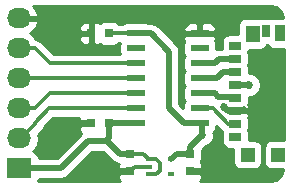
<source format=gtl>
%TF.GenerationSoftware,KiCad,Pcbnew,4.0.5-e0-6337~49~ubuntu16.04.1*%
%TF.CreationDate,2017-02-24T14:19:37-08:00*%
%TF.ProjectId,sd-micro-pushpull-0475710001-breakout,73642D6D6963726F2D7075736870756C,v1.0*%
%TF.FileFunction,Copper,L1,Top,Signal*%
%FSLAX46Y46*%
G04 Gerber Fmt 4.6, Leading zero omitted, Abs format (unit mm)*
G04 Created by KiCad (PCBNEW 4.0.5-e0-6337~49~ubuntu16.04.1) date Fri Feb 24 14:19:37 2017*
%MOMM*%
%LPD*%
G01*
G04 APERTURE LIST*
%ADD10C,0.350000*%
%ADD11R,0.750000X0.800000*%
%ADD12R,0.800000X0.750000*%
%ADD13R,2.032000X1.727200*%
%ADD14O,2.032000X1.727200*%
%ADD15R,0.900000X1.400000*%
%ADD16R,1.150000X1.200000*%
%ADD17R,1.200000X1.450000*%
%ADD18R,1.000000X0.700000*%
%ADD19R,0.700000X1.000000*%
%ADD20R,0.600000X0.420000*%
%ADD21R,1.500000X0.600000*%
%ADD22C,0.685800*%
%ADD23C,0.330200*%
%ADD24C,0.508000*%
%ADD25C,0.254000*%
%ADD26C,0.330200*%
%ADD27C,0.350000*%
G04 APERTURE END LIST*
D10*
D11*
X133096000Y-105422000D03*
X133096000Y-106922000D03*
D12*
X131318000Y-102870000D03*
X129818000Y-102870000D03*
X131318000Y-95250000D03*
X129818000Y-95250000D03*
D11*
X138176000Y-105434000D03*
X138176000Y-106934000D03*
D13*
X123698000Y-106680000D03*
D14*
X123698000Y-104140000D03*
X123698000Y-101600000D03*
X123698000Y-99060000D03*
X123698000Y-96520000D03*
X123698000Y-93980000D03*
D15*
X145796000Y-95250000D03*
D16*
X145659500Y-105514900D03*
D17*
X143496000Y-95275000D03*
D16*
X143059500Y-105514900D03*
D18*
X142019500Y-102914900D03*
X142019500Y-104014900D03*
X142019500Y-101814900D03*
X142019500Y-100714900D03*
X142019500Y-99614900D03*
X142019500Y-96314900D03*
X142019500Y-97414900D03*
X142019500Y-98514900D03*
D19*
X144646000Y-95050000D03*
D20*
X134686000Y-105888000D03*
X134686000Y-107188000D03*
X136586000Y-105888000D03*
X134686000Y-106538000D03*
X136586000Y-107188000D03*
D21*
X139004000Y-102870000D03*
X139004000Y-101600000D03*
X139004000Y-100330000D03*
X139004000Y-99060000D03*
X139004000Y-97790000D03*
X139004000Y-96520000D03*
X139004000Y-95250000D03*
X133604000Y-95250000D03*
X133604000Y-96520000D03*
X133604000Y-97790000D03*
X133604000Y-99060000D03*
X133604000Y-100330000D03*
X133604000Y-101600000D03*
X133604000Y-102870000D03*
D22*
X140462000Y-95250000D03*
X145502900Y-101814900D03*
X141087020Y-101476304D03*
X140970000Y-106934000D03*
X128270000Y-102870000D03*
X130048000Y-106934000D03*
X128524000Y-95250000D03*
X137160000Y-95250000D03*
X139192000Y-103886000D03*
X143209100Y-99614900D03*
D23*
X133096000Y-105422000D02*
X134220000Y-105422000D01*
X134220000Y-105422000D02*
X134686000Y-105888000D01*
X134686000Y-107188000D02*
X135316200Y-107188000D01*
X135316200Y-107188000D02*
X135636000Y-106868200D01*
X135636000Y-106207800D02*
X135316200Y-105888000D01*
X135636000Y-106868200D02*
X135636000Y-106207800D01*
X135316200Y-105888000D02*
X134686000Y-105888000D01*
D24*
X133096000Y-105422000D02*
X132213000Y-105422000D01*
X131185000Y-104394000D02*
X131064000Y-104394000D01*
X132213000Y-105422000D02*
X131185000Y-104394000D01*
X133604000Y-102870000D02*
X131318000Y-102870000D01*
X131064000Y-104394000D02*
X131318000Y-104140000D01*
X131318000Y-104140000D02*
X131318000Y-102870000D01*
X129540000Y-104394000D02*
X131064000Y-104394000D01*
X127254000Y-106680000D02*
X129540000Y-104394000D01*
X123698000Y-106680000D02*
X127254000Y-106680000D01*
D25*
X139004000Y-95250000D02*
X140462000Y-95250000D01*
D24*
X142019500Y-101814900D02*
X145502900Y-101814900D01*
X141425616Y-101814900D02*
X141087020Y-101476304D01*
X142019500Y-101814900D02*
X141425616Y-101814900D01*
X143470900Y-101814900D02*
X143510000Y-101854000D01*
X142019500Y-101814900D02*
X143470900Y-101814900D01*
X138176000Y-106934000D02*
X140970000Y-106934000D01*
D23*
X139004000Y-95250000D02*
X140208000Y-95250000D01*
X133096000Y-106922000D02*
X133480000Y-106538000D01*
X133480000Y-106538000D02*
X134686000Y-106538000D01*
D24*
X129818000Y-102870000D02*
X128270000Y-102870000D01*
X133096000Y-106922000D02*
X130060000Y-106922000D01*
X130060000Y-106922000D02*
X130048000Y-106934000D01*
D23*
X129818000Y-95250000D02*
X128524000Y-95250000D01*
X139004000Y-95250000D02*
X137160000Y-95250000D01*
D24*
X142552860Y-101814900D02*
X142753913Y-101613847D01*
X142019500Y-101814900D02*
X142552860Y-101814900D01*
X138176000Y-105434000D02*
X138176000Y-104902000D01*
X138176000Y-104902000D02*
X139192000Y-103886000D01*
X138176000Y-105434000D02*
X137040000Y-105434000D01*
X137040000Y-105434000D02*
X136586000Y-105888000D01*
X139192000Y-103886000D02*
X139192000Y-103058000D01*
X139192000Y-103058000D02*
X139004000Y-102870000D01*
X142019500Y-99614900D02*
X143209100Y-99614900D01*
X136398000Y-101600000D02*
X137668000Y-102870000D01*
X137668000Y-102870000D02*
X139004000Y-102870000D01*
X136398000Y-96786000D02*
X136398000Y-101600000D01*
X133604000Y-95250000D02*
X134862000Y-95250000D01*
X134862000Y-95250000D02*
X136398000Y-96786000D01*
D23*
X131318000Y-95250000D02*
X133604000Y-95250000D01*
X133604000Y-101600000D02*
X126238000Y-101600000D01*
X123850400Y-104140000D02*
X123698000Y-104140000D01*
X126238000Y-101600000D02*
X125044200Y-102793800D01*
X125044200Y-102793800D02*
X125044200Y-102946200D01*
X125044200Y-102946200D02*
X123850400Y-104140000D01*
X123698000Y-101600000D02*
X125044200Y-101600000D01*
X125044200Y-101600000D02*
X126314200Y-100330000D01*
X126314200Y-100330000D02*
X132523800Y-100330000D01*
X132523800Y-100330000D02*
X133604000Y-100330000D01*
X133604000Y-99060000D02*
X123698000Y-99060000D01*
X123698000Y-96520000D02*
X125044200Y-96520000D01*
X125044200Y-96520000D02*
X126314200Y-97790000D01*
X132523800Y-97790000D02*
X133604000Y-97790000D01*
X126314200Y-97790000D02*
X132523800Y-97790000D01*
X139004000Y-101600000D02*
X140084200Y-101600000D01*
X140084200Y-101600000D02*
X141399100Y-102914900D01*
X141399100Y-102914900D02*
X142019500Y-102914900D01*
D24*
X140557402Y-100625402D02*
X141930002Y-100625402D01*
X141930002Y-100625402D02*
X142019500Y-100714900D01*
X139004000Y-100330000D02*
X140262000Y-100330000D01*
X140262000Y-100330000D02*
X140557402Y-100625402D01*
X139004000Y-97790000D02*
X140262000Y-97790000D01*
X140262000Y-97790000D02*
X140637100Y-97414900D01*
X140637100Y-97414900D02*
X142019500Y-97414900D01*
X140466400Y-99060000D02*
X139004000Y-99060000D01*
X142019500Y-98514900D02*
X141011500Y-98514900D01*
X141011500Y-98514900D02*
X140466400Y-99060000D01*
D25*
G36*
X131584382Y-106050618D02*
X131872795Y-106243330D01*
X132128077Y-106294108D01*
X132086000Y-106395691D01*
X132086000Y-106636250D01*
X132244750Y-106795000D01*
X132969000Y-106795000D01*
X132969000Y-106775000D01*
X133223000Y-106775000D01*
X133223000Y-106795000D01*
X133243000Y-106795000D01*
X133243000Y-107049000D01*
X133223000Y-107049000D01*
X133223000Y-107069000D01*
X132969000Y-107069000D01*
X132969000Y-107049000D01*
X132244750Y-107049000D01*
X132086000Y-107207750D01*
X132086000Y-107448309D01*
X132182673Y-107681698D01*
X132247775Y-107746800D01*
X125320291Y-107746800D01*
X125356296Y-107569000D01*
X127254000Y-107569000D01*
X127594206Y-107501329D01*
X127882618Y-107308618D01*
X129908236Y-105283000D01*
X130816764Y-105283000D01*
X131584382Y-106050618D01*
X131584382Y-106050618D01*
G37*
X131584382Y-106050618D02*
X131872795Y-106243330D01*
X132128077Y-106294108D01*
X132086000Y-106395691D01*
X132086000Y-106636250D01*
X132244750Y-106795000D01*
X132969000Y-106795000D01*
X132969000Y-106775000D01*
X133223000Y-106775000D01*
X133223000Y-106795000D01*
X133243000Y-106795000D01*
X133243000Y-107049000D01*
X133223000Y-107049000D01*
X133223000Y-107069000D01*
X132969000Y-107069000D01*
X132969000Y-107049000D01*
X132244750Y-107049000D01*
X132086000Y-107207750D01*
X132086000Y-107448309D01*
X132182673Y-107681698D01*
X132247775Y-107746800D01*
X125320291Y-107746800D01*
X125356296Y-107569000D01*
X127254000Y-107569000D01*
X127594206Y-107501329D01*
X127882618Y-107308618D01*
X129908236Y-105283000D01*
X130816764Y-105283000D01*
X131584382Y-106050618D01*
G36*
X144881910Y-96401441D02*
X145094110Y-96546431D01*
X145346000Y-96597440D01*
X146100800Y-96597440D01*
X146100800Y-104267460D01*
X145084500Y-104267460D01*
X144849183Y-104311738D01*
X144633059Y-104450810D01*
X144488069Y-104663010D01*
X144437060Y-104914900D01*
X144437060Y-106114900D01*
X144481338Y-106350217D01*
X144620410Y-106566341D01*
X144832610Y-106711331D01*
X145084500Y-106762340D01*
X146070488Y-106762340D01*
X146006722Y-107082915D01*
X145778490Y-107424489D01*
X145436917Y-107652721D01*
X144963951Y-107746800D01*
X139036225Y-107746800D01*
X139089327Y-107693698D01*
X139186000Y-107460309D01*
X139186000Y-107219750D01*
X139027250Y-107061000D01*
X138303000Y-107061000D01*
X138303000Y-107081000D01*
X138049000Y-107081000D01*
X138049000Y-107061000D01*
X138029000Y-107061000D01*
X138029000Y-106807000D01*
X138049000Y-106807000D01*
X138049000Y-106787000D01*
X138303000Y-106787000D01*
X138303000Y-106807000D01*
X139027250Y-106807000D01*
X139186000Y-106648250D01*
X139186000Y-106407691D01*
X139089327Y-106174302D01*
X139087957Y-106172932D01*
X139147431Y-106085890D01*
X139198440Y-105834000D01*
X139198440Y-105136796D01*
X139531373Y-104803863D01*
X139745212Y-104715507D01*
X140020540Y-104440659D01*
X140169730Y-104081370D01*
X140170069Y-103692337D01*
X140158486Y-103664305D01*
X140205441Y-103634090D01*
X140350431Y-103421890D01*
X140401440Y-103170000D01*
X140401440Y-103048752D01*
X140833344Y-103480656D01*
X140900309Y-103525401D01*
X140872060Y-103664900D01*
X140872060Y-104364900D01*
X140916338Y-104600217D01*
X141055410Y-104816341D01*
X141267610Y-104961331D01*
X141519500Y-105012340D01*
X141837060Y-105012340D01*
X141837060Y-106114900D01*
X141881338Y-106350217D01*
X142020410Y-106566341D01*
X142232610Y-106711331D01*
X142484500Y-106762340D01*
X143634500Y-106762340D01*
X143869817Y-106718062D01*
X144085941Y-106578990D01*
X144230931Y-106366790D01*
X144281940Y-106114900D01*
X144281940Y-104914900D01*
X144237662Y-104679583D01*
X144098590Y-104463459D01*
X143886390Y-104318469D01*
X143634500Y-104267460D01*
X143166940Y-104267460D01*
X143166940Y-103664900D01*
X143127926Y-103457558D01*
X143166940Y-103264900D01*
X143166940Y-102564900D01*
X143127642Y-102356050D01*
X143154500Y-102291209D01*
X143154500Y-102100650D01*
X142995750Y-101941900D01*
X142640188Y-101941900D01*
X142519500Y-101917460D01*
X141872500Y-101917460D01*
X141872500Y-101712340D01*
X142519500Y-101712340D01*
X142649387Y-101687900D01*
X142995750Y-101687900D01*
X143154500Y-101529150D01*
X143154500Y-101338591D01*
X143125630Y-101268893D01*
X143166940Y-101064900D01*
X143166940Y-100592764D01*
X143402763Y-100592969D01*
X143762312Y-100444407D01*
X144037640Y-100169559D01*
X144186830Y-99810270D01*
X144187169Y-99421237D01*
X144038607Y-99061688D01*
X143763759Y-98786360D01*
X143404470Y-98637170D01*
X143166940Y-98636963D01*
X143166940Y-98164900D01*
X143127926Y-97957558D01*
X143166940Y-97764900D01*
X143166940Y-97064900D01*
X143127926Y-96857558D01*
X143166940Y-96664900D01*
X143166940Y-96647440D01*
X144096000Y-96647440D01*
X144331317Y-96603162D01*
X144547441Y-96464090D01*
X144692431Y-96251890D01*
X144703457Y-96197440D01*
X144750639Y-96197440D01*
X144881910Y-96401441D01*
X144881910Y-96401441D01*
G37*
X144881910Y-96401441D02*
X145094110Y-96546431D01*
X145346000Y-96597440D01*
X146100800Y-96597440D01*
X146100800Y-104267460D01*
X145084500Y-104267460D01*
X144849183Y-104311738D01*
X144633059Y-104450810D01*
X144488069Y-104663010D01*
X144437060Y-104914900D01*
X144437060Y-106114900D01*
X144481338Y-106350217D01*
X144620410Y-106566341D01*
X144832610Y-106711331D01*
X145084500Y-106762340D01*
X146070488Y-106762340D01*
X146006722Y-107082915D01*
X145778490Y-107424489D01*
X145436917Y-107652721D01*
X144963951Y-107746800D01*
X139036225Y-107746800D01*
X139089327Y-107693698D01*
X139186000Y-107460309D01*
X139186000Y-107219750D01*
X139027250Y-107061000D01*
X138303000Y-107061000D01*
X138303000Y-107081000D01*
X138049000Y-107081000D01*
X138049000Y-107061000D01*
X138029000Y-107061000D01*
X138029000Y-106807000D01*
X138049000Y-106807000D01*
X138049000Y-106787000D01*
X138303000Y-106787000D01*
X138303000Y-106807000D01*
X139027250Y-106807000D01*
X139186000Y-106648250D01*
X139186000Y-106407691D01*
X139089327Y-106174302D01*
X139087957Y-106172932D01*
X139147431Y-106085890D01*
X139198440Y-105834000D01*
X139198440Y-105136796D01*
X139531373Y-104803863D01*
X139745212Y-104715507D01*
X140020540Y-104440659D01*
X140169730Y-104081370D01*
X140170069Y-103692337D01*
X140158486Y-103664305D01*
X140205441Y-103634090D01*
X140350431Y-103421890D01*
X140401440Y-103170000D01*
X140401440Y-103048752D01*
X140833344Y-103480656D01*
X140900309Y-103525401D01*
X140872060Y-103664900D01*
X140872060Y-104364900D01*
X140916338Y-104600217D01*
X141055410Y-104816341D01*
X141267610Y-104961331D01*
X141519500Y-105012340D01*
X141837060Y-105012340D01*
X141837060Y-106114900D01*
X141881338Y-106350217D01*
X142020410Y-106566341D01*
X142232610Y-106711331D01*
X142484500Y-106762340D01*
X143634500Y-106762340D01*
X143869817Y-106718062D01*
X144085941Y-106578990D01*
X144230931Y-106366790D01*
X144281940Y-106114900D01*
X144281940Y-104914900D01*
X144237662Y-104679583D01*
X144098590Y-104463459D01*
X143886390Y-104318469D01*
X143634500Y-104267460D01*
X143166940Y-104267460D01*
X143166940Y-103664900D01*
X143127926Y-103457558D01*
X143166940Y-103264900D01*
X143166940Y-102564900D01*
X143127642Y-102356050D01*
X143154500Y-102291209D01*
X143154500Y-102100650D01*
X142995750Y-101941900D01*
X142640188Y-101941900D01*
X142519500Y-101917460D01*
X141872500Y-101917460D01*
X141872500Y-101712340D01*
X142519500Y-101712340D01*
X142649387Y-101687900D01*
X142995750Y-101687900D01*
X143154500Y-101529150D01*
X143154500Y-101338591D01*
X143125630Y-101268893D01*
X143166940Y-101064900D01*
X143166940Y-100592764D01*
X143402763Y-100592969D01*
X143762312Y-100444407D01*
X144037640Y-100169559D01*
X144186830Y-99810270D01*
X144187169Y-99421237D01*
X144038607Y-99061688D01*
X143763759Y-98786360D01*
X143404470Y-98637170D01*
X143166940Y-98636963D01*
X143166940Y-98164900D01*
X143127926Y-97957558D01*
X143166940Y-97764900D01*
X143166940Y-97064900D01*
X143127926Y-96857558D01*
X143166940Y-96664900D01*
X143166940Y-96647440D01*
X144096000Y-96647440D01*
X144331317Y-96603162D01*
X144547441Y-96464090D01*
X144692431Y-96251890D01*
X144703457Y-96197440D01*
X144750639Y-96197440D01*
X144881910Y-96401441D01*
G36*
X128783000Y-102584250D02*
X128941750Y-102743000D01*
X129691000Y-102743000D01*
X129691000Y-102723000D01*
X129945000Y-102723000D01*
X129945000Y-102743000D01*
X129965000Y-102743000D01*
X129965000Y-102997000D01*
X129945000Y-102997000D01*
X129945000Y-103017000D01*
X129691000Y-103017000D01*
X129691000Y-102997000D01*
X128941750Y-102997000D01*
X128783000Y-103155750D01*
X128783000Y-103371310D01*
X128879673Y-103604699D01*
X128988697Y-103713722D01*
X128939940Y-103746300D01*
X128911382Y-103765382D01*
X126885764Y-105791000D01*
X125356661Y-105791000D01*
X125317162Y-105581083D01*
X125178090Y-105364959D01*
X124965890Y-105219969D01*
X124924561Y-105211600D01*
X124942415Y-105199670D01*
X125267271Y-104713489D01*
X125381345Y-104140000D01*
X125315075Y-103806837D01*
X125609956Y-103511956D01*
X125783396Y-103252385D01*
X125799851Y-103169661D01*
X126569412Y-102400100D01*
X128783000Y-102400100D01*
X128783000Y-102584250D01*
X128783000Y-102584250D01*
G37*
X128783000Y-102584250D02*
X128941750Y-102743000D01*
X129691000Y-102743000D01*
X129691000Y-102723000D01*
X129945000Y-102723000D01*
X129945000Y-102743000D01*
X129965000Y-102743000D01*
X129965000Y-102997000D01*
X129945000Y-102997000D01*
X129945000Y-103017000D01*
X129691000Y-103017000D01*
X129691000Y-102997000D01*
X128941750Y-102997000D01*
X128783000Y-103155750D01*
X128783000Y-103371310D01*
X128879673Y-103604699D01*
X128988697Y-103713722D01*
X128939940Y-103746300D01*
X128911382Y-103765382D01*
X126885764Y-105791000D01*
X125356661Y-105791000D01*
X125317162Y-105581083D01*
X125178090Y-105364959D01*
X124965890Y-105219969D01*
X124924561Y-105211600D01*
X124942415Y-105199670D01*
X125267271Y-104713489D01*
X125381345Y-104140000D01*
X125315075Y-103806837D01*
X125609956Y-103511956D01*
X125783396Y-103252385D01*
X125799851Y-103169661D01*
X126569412Y-102400100D01*
X128783000Y-102400100D01*
X128783000Y-102584250D01*
G36*
X145436917Y-93007279D02*
X145778490Y-93235511D01*
X146006722Y-93577085D01*
X146071463Y-93902560D01*
X145346000Y-93902560D01*
X145164576Y-93936697D01*
X144996000Y-93902560D01*
X144296000Y-93902560D01*
X144192329Y-93922067D01*
X144096000Y-93902560D01*
X142896000Y-93902560D01*
X142660683Y-93946838D01*
X142444559Y-94085910D01*
X142299569Y-94298110D01*
X142248560Y-94550000D01*
X142248560Y-95317460D01*
X141519500Y-95317460D01*
X141284183Y-95361738D01*
X141068059Y-95500810D01*
X140923069Y-95713010D01*
X140872060Y-95964900D01*
X140872060Y-96525900D01*
X140637100Y-96525900D01*
X140401440Y-96572775D01*
X140401440Y-96220000D01*
X140357162Y-95984683D01*
X140298822Y-95894020D01*
X140389000Y-95676310D01*
X140389000Y-95535750D01*
X140230250Y-95377000D01*
X139131000Y-95377000D01*
X139131000Y-95397000D01*
X138877000Y-95397000D01*
X138877000Y-95377000D01*
X137777750Y-95377000D01*
X137619000Y-95535750D01*
X137619000Y-95676310D01*
X137708806Y-95893122D01*
X137657569Y-95968110D01*
X137606560Y-96220000D01*
X137606560Y-96820000D01*
X137650838Y-97055317D01*
X137714678Y-97154528D01*
X137657569Y-97238110D01*
X137606560Y-97490000D01*
X137606560Y-98090000D01*
X137650838Y-98325317D01*
X137714678Y-98424528D01*
X137657569Y-98508110D01*
X137606560Y-98760000D01*
X137606560Y-99360000D01*
X137650838Y-99595317D01*
X137714678Y-99694528D01*
X137657569Y-99778110D01*
X137606560Y-100030000D01*
X137606560Y-100630000D01*
X137650838Y-100865317D01*
X137714678Y-100964528D01*
X137657569Y-101048110D01*
X137606560Y-101300000D01*
X137606560Y-101551324D01*
X137287000Y-101231764D01*
X137287000Y-96786000D01*
X137219329Y-96445794D01*
X137026618Y-96157382D01*
X135692926Y-94823690D01*
X137619000Y-94823690D01*
X137619000Y-94964250D01*
X137777750Y-95123000D01*
X138877000Y-95123000D01*
X138877000Y-94473750D01*
X139131000Y-94473750D01*
X139131000Y-95123000D01*
X140230250Y-95123000D01*
X140389000Y-94964250D01*
X140389000Y-94823690D01*
X140292327Y-94590301D01*
X140113698Y-94411673D01*
X139880309Y-94315000D01*
X139289750Y-94315000D01*
X139131000Y-94473750D01*
X138877000Y-94473750D01*
X138718250Y-94315000D01*
X138127691Y-94315000D01*
X137894302Y-94411673D01*
X137715673Y-94590301D01*
X137619000Y-94823690D01*
X135692926Y-94823690D01*
X135490618Y-94621382D01*
X135383787Y-94550000D01*
X135202206Y-94428671D01*
X134862000Y-94361000D01*
X134616766Y-94361000D01*
X134605890Y-94353569D01*
X134354000Y-94302560D01*
X132854000Y-94302560D01*
X132618683Y-94346838D01*
X132458520Y-94449900D01*
X132199040Y-94449900D01*
X132182090Y-94423559D01*
X131969890Y-94278569D01*
X131718000Y-94227560D01*
X130918000Y-94227560D01*
X130682683Y-94271838D01*
X130579354Y-94338329D01*
X130577698Y-94336673D01*
X130344309Y-94240000D01*
X130103750Y-94240000D01*
X129945000Y-94398750D01*
X129945000Y-95123000D01*
X129965000Y-95123000D01*
X129965000Y-95377000D01*
X129945000Y-95377000D01*
X129945000Y-96101250D01*
X130103750Y-96260000D01*
X130344309Y-96260000D01*
X130577698Y-96163327D01*
X130579068Y-96161957D01*
X130666110Y-96221431D01*
X130918000Y-96272440D01*
X131718000Y-96272440D01*
X131953317Y-96228162D01*
X132169441Y-96089090D01*
X132196082Y-96050100D01*
X132240966Y-96050100D01*
X132206560Y-96220000D01*
X132206560Y-96820000D01*
X132238529Y-96989900D01*
X126645612Y-96989900D01*
X125609956Y-95954244D01*
X125350385Y-95780804D01*
X125126838Y-95736338D01*
X124992810Y-95535750D01*
X128783000Y-95535750D01*
X128783000Y-95751310D01*
X128879673Y-95984699D01*
X129058302Y-96163327D01*
X129291691Y-96260000D01*
X129532250Y-96260000D01*
X129691000Y-96101250D01*
X129691000Y-95377000D01*
X128941750Y-95377000D01*
X128783000Y-95535750D01*
X124992810Y-95535750D01*
X124942415Y-95460330D01*
X124632931Y-95253539D01*
X125048732Y-94882036D01*
X125112965Y-94748690D01*
X128783000Y-94748690D01*
X128783000Y-94964250D01*
X128941750Y-95123000D01*
X129691000Y-95123000D01*
X129691000Y-94398750D01*
X129532250Y-94240000D01*
X129291691Y-94240000D01*
X129058302Y-94336673D01*
X128879673Y-94515301D01*
X128783000Y-94748690D01*
X125112965Y-94748690D01*
X125302709Y-94354791D01*
X125305358Y-94339026D01*
X125184217Y-94107000D01*
X123825000Y-94107000D01*
X123825000Y-94127000D01*
X123571000Y-94127000D01*
X123571000Y-94107000D01*
X123551000Y-94107000D01*
X123551000Y-93853000D01*
X123571000Y-93853000D01*
X123571000Y-93833000D01*
X123825000Y-93833000D01*
X123825000Y-93853000D01*
X125184217Y-93853000D01*
X125305358Y-93620974D01*
X125302709Y-93605209D01*
X125048732Y-93077964D01*
X124864321Y-92913200D01*
X144963951Y-92913200D01*
X145436917Y-93007279D01*
X145436917Y-93007279D01*
G37*
X145436917Y-93007279D02*
X145778490Y-93235511D01*
X146006722Y-93577085D01*
X146071463Y-93902560D01*
X145346000Y-93902560D01*
X145164576Y-93936697D01*
X144996000Y-93902560D01*
X144296000Y-93902560D01*
X144192329Y-93922067D01*
X144096000Y-93902560D01*
X142896000Y-93902560D01*
X142660683Y-93946838D01*
X142444559Y-94085910D01*
X142299569Y-94298110D01*
X142248560Y-94550000D01*
X142248560Y-95317460D01*
X141519500Y-95317460D01*
X141284183Y-95361738D01*
X141068059Y-95500810D01*
X140923069Y-95713010D01*
X140872060Y-95964900D01*
X140872060Y-96525900D01*
X140637100Y-96525900D01*
X140401440Y-96572775D01*
X140401440Y-96220000D01*
X140357162Y-95984683D01*
X140298822Y-95894020D01*
X140389000Y-95676310D01*
X140389000Y-95535750D01*
X140230250Y-95377000D01*
X139131000Y-95377000D01*
X139131000Y-95397000D01*
X138877000Y-95397000D01*
X138877000Y-95377000D01*
X137777750Y-95377000D01*
X137619000Y-95535750D01*
X137619000Y-95676310D01*
X137708806Y-95893122D01*
X137657569Y-95968110D01*
X137606560Y-96220000D01*
X137606560Y-96820000D01*
X137650838Y-97055317D01*
X137714678Y-97154528D01*
X137657569Y-97238110D01*
X137606560Y-97490000D01*
X137606560Y-98090000D01*
X137650838Y-98325317D01*
X137714678Y-98424528D01*
X137657569Y-98508110D01*
X137606560Y-98760000D01*
X137606560Y-99360000D01*
X137650838Y-99595317D01*
X137714678Y-99694528D01*
X137657569Y-99778110D01*
X137606560Y-100030000D01*
X137606560Y-100630000D01*
X137650838Y-100865317D01*
X137714678Y-100964528D01*
X137657569Y-101048110D01*
X137606560Y-101300000D01*
X137606560Y-101551324D01*
X137287000Y-101231764D01*
X137287000Y-96786000D01*
X137219329Y-96445794D01*
X137026618Y-96157382D01*
X135692926Y-94823690D01*
X137619000Y-94823690D01*
X137619000Y-94964250D01*
X137777750Y-95123000D01*
X138877000Y-95123000D01*
X138877000Y-94473750D01*
X139131000Y-94473750D01*
X139131000Y-95123000D01*
X140230250Y-95123000D01*
X140389000Y-94964250D01*
X140389000Y-94823690D01*
X140292327Y-94590301D01*
X140113698Y-94411673D01*
X139880309Y-94315000D01*
X139289750Y-94315000D01*
X139131000Y-94473750D01*
X138877000Y-94473750D01*
X138718250Y-94315000D01*
X138127691Y-94315000D01*
X137894302Y-94411673D01*
X137715673Y-94590301D01*
X137619000Y-94823690D01*
X135692926Y-94823690D01*
X135490618Y-94621382D01*
X135383787Y-94550000D01*
X135202206Y-94428671D01*
X134862000Y-94361000D01*
X134616766Y-94361000D01*
X134605890Y-94353569D01*
X134354000Y-94302560D01*
X132854000Y-94302560D01*
X132618683Y-94346838D01*
X132458520Y-94449900D01*
X132199040Y-94449900D01*
X132182090Y-94423559D01*
X131969890Y-94278569D01*
X131718000Y-94227560D01*
X130918000Y-94227560D01*
X130682683Y-94271838D01*
X130579354Y-94338329D01*
X130577698Y-94336673D01*
X130344309Y-94240000D01*
X130103750Y-94240000D01*
X129945000Y-94398750D01*
X129945000Y-95123000D01*
X129965000Y-95123000D01*
X129965000Y-95377000D01*
X129945000Y-95377000D01*
X129945000Y-96101250D01*
X130103750Y-96260000D01*
X130344309Y-96260000D01*
X130577698Y-96163327D01*
X130579068Y-96161957D01*
X130666110Y-96221431D01*
X130918000Y-96272440D01*
X131718000Y-96272440D01*
X131953317Y-96228162D01*
X132169441Y-96089090D01*
X132196082Y-96050100D01*
X132240966Y-96050100D01*
X132206560Y-96220000D01*
X132206560Y-96820000D01*
X132238529Y-96989900D01*
X126645612Y-96989900D01*
X125609956Y-95954244D01*
X125350385Y-95780804D01*
X125126838Y-95736338D01*
X124992810Y-95535750D01*
X128783000Y-95535750D01*
X128783000Y-95751310D01*
X128879673Y-95984699D01*
X129058302Y-96163327D01*
X129291691Y-96260000D01*
X129532250Y-96260000D01*
X129691000Y-96101250D01*
X129691000Y-95377000D01*
X128941750Y-95377000D01*
X128783000Y-95535750D01*
X124992810Y-95535750D01*
X124942415Y-95460330D01*
X124632931Y-95253539D01*
X125048732Y-94882036D01*
X125112965Y-94748690D01*
X128783000Y-94748690D01*
X128783000Y-94964250D01*
X128941750Y-95123000D01*
X129691000Y-95123000D01*
X129691000Y-94398750D01*
X129532250Y-94240000D01*
X129291691Y-94240000D01*
X129058302Y-94336673D01*
X128879673Y-94515301D01*
X128783000Y-94748690D01*
X125112965Y-94748690D01*
X125302709Y-94354791D01*
X125305358Y-94339026D01*
X125184217Y-94107000D01*
X123825000Y-94107000D01*
X123825000Y-94127000D01*
X123571000Y-94127000D01*
X123571000Y-94107000D01*
X123551000Y-94107000D01*
X123551000Y-93853000D01*
X123571000Y-93853000D01*
X123571000Y-93833000D01*
X123825000Y-93833000D01*
X123825000Y-93853000D01*
X125184217Y-93853000D01*
X125305358Y-93620974D01*
X125302709Y-93605209D01*
X125048732Y-93077964D01*
X124864321Y-92913200D01*
X144963951Y-92913200D01*
X145436917Y-93007279D01*
D26*
X140462000Y-95250000D03*
X145502900Y-101814900D03*
X141087020Y-101476304D03*
X140970000Y-106934000D03*
X128270000Y-102870000D03*
X130048000Y-106934000D03*
X128524000Y-95250000D03*
X137160000Y-95250000D03*
X139192000Y-103886000D03*
X143209100Y-99614900D03*
D27*
X123698000Y-106680000D03*
X123698000Y-104140000D03*
X123698000Y-101600000D03*
X123698000Y-99060000D03*
X123698000Y-96520000D03*
X123698000Y-93980000D03*
M02*

</source>
